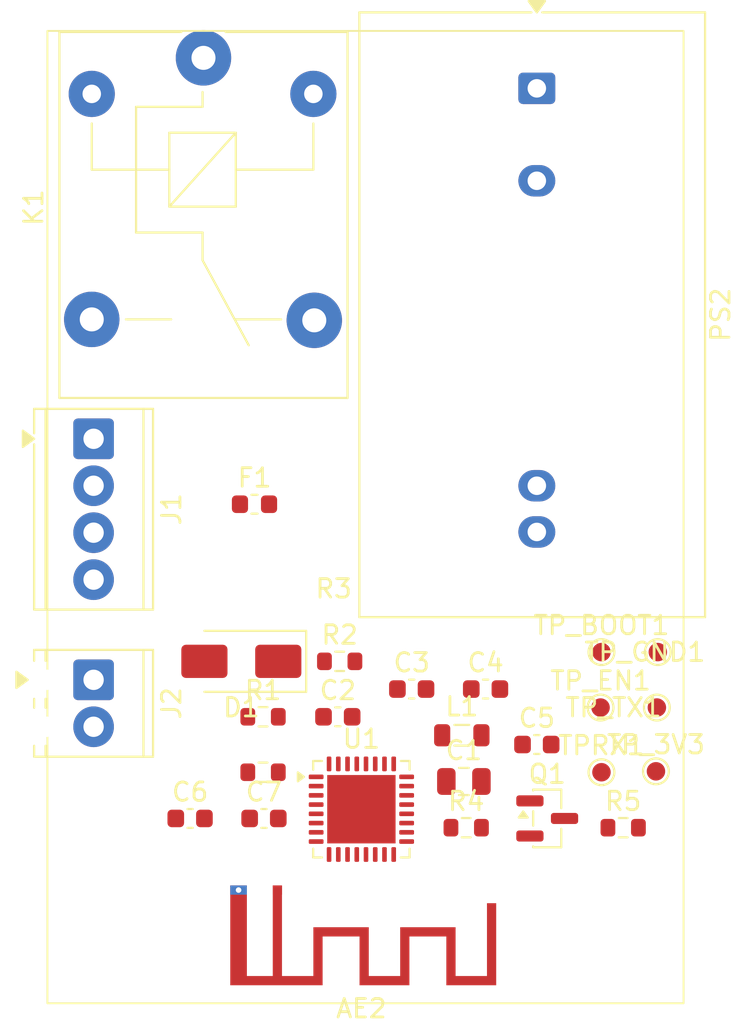
<source format=kicad_pcb>
(kicad_pcb (version 20241229) (generator "pcbnew") (generator_version "9.0")
  (layers (0 "F.Cu" signal) (2 "B.Cu" signal) (13 "F.Paste" user) (15 "B.Paste" user) (5 "F.SilkS" user "F.Silkscreen") (7 "B.SilkS" user "B.Silkscreen") (1 "F.Mask" user) (3 "B.Mask" user) (25 "Edge.Cuts" user))
  (net 0 "")
  (net 1 "GND")
  (net 2 "+3.3V")
  (net 3 "Net-(U1-LNA_IN)")
  (net 4 "Net-(C7-Pad1)")
  (net 5 "Net-(D1-K)")
  (net 6 "Net-(PS2-AC{slash}L)")
  (net 7 "Net-(J1-Pin_3)")
  (net 8 "Net-(J1-Pin_2)")
  (net 9 "Net-(J1-Pin_1)")
  (net 10 "Net-(J2-Pin_1)")
  (net 12 "Net-(Q1-G)")
  (net 13 "Net-(U1-GPIO10)")
  (net 14 "Net-(U1-U0RXD)")
  (net 15 "Net-(U1-U0TXD)")
  (net 31 "Net-(U1-VDD3P3-Pad2)")
  (footprint "Relay_THT:Relay_SPDT_SANYOU_SRD_Series_Form_C" (layer "F.Cu") (at 212.95 51.35 -90)
    (property "Reference" "K1" (at 8.1 9.2 90) (layer "F.SilkS"))
    (property "Value" "SANYOU_SRD_Form_C")
    (fp_line (start 18.4 7.8) (end -1.4 7.8) (stroke (width 0.12)) (layer "F.SilkS"))
    (fp_line (start 3.55 6.05) (end 6.05 6.05) (stroke (width 0.12)) (layer "F.SilkS"))
    (fp_line (start 14.15 4.2) (end 14.15 1.75) (stroke (width 0.12)) (layer "F.SilkS"))
    (fp_line (start 9.45 3.65) (end 2.65 3.65) (stroke (width 0.12)) (layer "F.SilkS"))
    (fp_line (start 4.05 1.85) (end 4.05 -1.75) (stroke (width 0.12)) (layer "F.SilkS"))
    (fp_line (start 6.05 1.85) (end 6.05 6.05) (stroke (width 0.12)) (layer "F.SilkS"))
    (fp_line (start 8.05 1.85) (end 4.05 1.85) (stroke (width 0.12)) (layer "F.SilkS"))
    (fp_line (start 8.05 1.85) (end 4.05 -1.75) (stroke (width 0.12)) (layer "F.SilkS"))
    (fp_line (start -1.4 1.2) (end -1.4 7.8) (stroke (width 0.12)) (layer "F.SilkS"))
    (fp_line (start 2.65 0.05) (end 2.65 3.65) (stroke (width 0.12)) (layer "F.SilkS"))
    (fp_line (start 2.65 0.05) (end 1.85 0.05) (stroke (width 0.12)) (layer "F.SilkS"))
    (fp_line (start 9.45 0.05) (end 9.45 3.65) (stroke (width 0.12)) (layer "F.SilkS"))
    (fp_line (start 9.45 0.05) (end 10.95 0.05) (stroke (width 0.12)) (layer "F.SilkS"))
    (fp_line (start 10.95 0.05) (end 15.55 -2.45) (stroke (width 0.12)) (layer "F.SilkS"))
    (fp_line (start 4.05 -1.75) (end 8.05 -1.75) (stroke (width 0.12)) (layer "F.SilkS"))
    (fp_line (start 8.05 -1.75) (end 8.05 1.85) (stroke (width 0.12)) (layer "F.SilkS"))
    (fp_line (start 14.15 -4.2) (end 14.15 -1.7) (stroke (width 0.12)) (layer "F.SilkS"))
    (fp_line (start 6.05 -5.95) (end 6.05 -1.75) (stroke (width 0.12)) (layer "F.SilkS"))
    (fp_line (start 6.05 -5.95) (end 3.55 -5.95) (stroke (width 0.12)) (layer "F.SilkS"))
    (fp_line (start -1.4 -7.8) (end -1.4 -1.2) (stroke (width 0.12)) (layer "F.SilkS"))
    (fp_line (start -1.4 -7.8) (end 18.4 -7.8) (stroke (width 0.12)) (layer "F.SilkS"))
    (fp_line (start 18.4 -7.8) (end 18.4 7.8) (stroke (width 0.12)) (layer "F.SilkS"))
    (pad "1" thru_hole circle (at 0 0) (size 3 3) (drill 1.3) (layers "*.Cu" "*.Mask") (net 6 "Net-(PS2-AC{slash}L)"))
    (pad "2" thru_hole circle (at 1.95 6.05) (size 2.5 2.5) (drill 1) (layers "*.Cu" "*.Mask") (net 5 "Net-(D1-K)"))
    (pad "3" thru_hole circle (at 14.15 6.05) (size 3 3) (drill 1.3) (layers "*.Cu" "*.Mask"))
    (pad "4" thru_hole circle (at 14.2 -6) (size 3 3) (drill 1.3) (layers "*.Cu" "*.Mask") (net 9 "Net-(J1-Pin_1)"))
    (pad "5" thru_hole circle (at 1.95 -5.95) (size 2.5 2.5) (drill 1) (layers "*.Cu" "*.Mask") (net 2 "+3.3V"))
  )
  (footprint "Diode_SMD:D_SMA" (layer "F.Cu") (at 215 84 180)
    (property "Reference" "D1" (at 0 -2.5 0) (layer "F.SilkS"))
    (property "Value" "SS14")
    (fp_line (start -3.51 1.65) (end 2 1.65) (stroke (width 0.12)) (layer "F.SilkS"))
    (fp_line (start -3.51 -1.65) (end 2 -1.65) (stroke (width 0.12)) (layer "F.SilkS"))
    (fp_line (start -3.51 -1.65) (end -3.51 1.65) (stroke (width 0.12)) (layer "F.SilkS"))
    (pad "1" smd roundrect (at -2 0 180) (size 2.5 1.8) (layers "F.Cu" "F.Mask" "F.Paste") (roundrect_rratio 0.1388888889) (net 5 "Net-(D1-K)"))
    (pad "2" smd roundrect (at 2 0 180) (size 2.5 1.8) (layers "F.Cu" "F.Mask" "F.Paste") (roundrect_rratio 0.1388888889) (net 2 "+3.3V"))
  )
  (footprint "Inductor_SMD:L_0805_2012Metric" (layer "F.Cu") (at 226.9375 88)
    (property "Reference" "L1" (at 0 -1.55 0) (layer "F.SilkS"))
    (property "Value" "L")
    (fp_line (start -0.399622 -0.56) (end 0.399622 -0.56) (stroke (width 0.12)) (layer "F.SilkS"))
    (fp_line (start -0.399622 0.56) (end 0.399622 0.56) (stroke (width 0.12)) (layer "F.SilkS"))
    (pad "1" smd roundrect (at -1.0625 0) (size 0.875 1.2) (layers "F.Cu" "F.Mask" "F.Paste") (net 4 "Net-(C7-Pad1)"))
    (pad "2" smd roundrect (at 1.0625 0) (size 0.875 1.2) (layers "F.Cu" "F.Mask" "F.Paste") (net 3 "Net-(U1-LNA_IN)"))
  )
  (footprint "Resistor_SMD:R_0603_1608Metric" (layer "F.Cu") (at 227.175 93)
    (property "Reference" "R4" (at 0 -1.43 0) (layer "F.SilkS"))
    (property "Value" "10k")
    (fp_line (start -0.237258 -0.5225) (end 0.237258 -0.5225) (stroke (width 0.12)) (layer "F.SilkS"))
    (fp_line (start -0.237258 0.5225) (end 0.237258 0.5225) (stroke (width 0.12)) (layer "F.SilkS"))
    (pad "1" smd roundrect (at -0.825 0) (size 0.8 0.95) (layers "F.Cu" "F.Mask" "F.Paste") (net 2 "+3.3V"))
    (pad "2" smd roundrect (at 0.825 0) (size 0.8 0.95) (layers "F.Cu" "F.Mask" "F.Paste") (net 1 "GND"))
  )
  (footprint "Converter_ACDC:Converter_ACDC_Hi-Link_HLK-2Mxx" (layer "F.Cu") (at 231 53 -90)
    (property "Reference" "PS2" (at 12.25 -9.95 90) (layer "F.SilkS"))
    (property "Value" "HLK-2M03")
    (fp_line (start -4.11 9.61) (end -4.11 0.296) (stroke (width 0.12)) (layer "F.SilkS"))
    (fp_line (start 28.61 9.61) (end -4.11 9.61) (stroke (width 0.12)) (layer "F.SilkS"))
    (fp_line (start -4.11 -0.296) (end -4.11 -9.11) (stroke (width 0.12)) (layer "F.SilkS"))
    (fp_line (start -4.11 -9.11) (end 28.61 -9.11) (stroke (width 0.12)) (layer "F.SilkS"))
    (fp_line (start 28.61 -9.11) (end 28.61 9.61) (stroke (width 0.12)) (layer "F.SilkS"))
    (fp_poly (pts (xy -4.11 0) (xy -4.72 0.44) (xy -4.72 -0.44)) (stroke (width 0.12)) (fill yes) (layer "F.SilkS"))
    (pad "1" thru_hole roundrect (at 0 0 270) (size 1.7 2) (drill 1) (layers "*.Cu" "*.Mask") (roundrect_rratio 0.147059) (net 6 "Net-(PS2-AC{slash}L)"))
    (pad "2" thru_hole oval (at 5 0 270) (size 1.7 2) (drill 1) (layers "*.Cu" "*.Mask") (net 8 "Net-(J1-Pin_2)"))
    (pad "3" thru_hole oval (at 21.5 0 270) (size 1.7 2) (drill 1) (layers "*.Cu" "*.Mask") (net 1 "GND"))
    (pad "4" thru_hole oval (at 24 0 270) (size 1.7 2) (drill 1) (layers "*.Cu" "*.Mask") (net 2 "+3.3V"))
  )
  (footprint "Capacitor_SMD:C_0603_1608Metric" (layer "F.Cu") (at 220.225 87)
    (property "Reference" "C2" (at 0 -1.43 0) (layer "F.SilkS"))
    (property "Value" "0.1uF")
    (fp_line (start -0.14058 -0.51) (end 0.14058 -0.51) (stroke (width 0.12)) (layer "F.SilkS"))
    (fp_line (start -0.14058 0.51) (end 0.14058 0.51) (stroke (width 0.12)) (layer "F.SilkS"))
    (pad "1" smd roundrect (at -0.775 0) (size 0.9 0.95) (layers "F.Cu" "F.Mask" "F.Paste") (net 2 "+3.3V"))
    (pad "2" smd roundrect (at 0.775 0) (size 0.9 0.95) (layers "F.Cu" "F.Mask" "F.Paste") (net 1 "GND"))
  )
  (footprint "Package_TO_SOT_SMD:SOT-23" (layer "F.Cu") (at 231.5625 92.5)
    (property "Reference" "Q1" (at 0 -2.4 0) (layer "F.SilkS"))
    (property "Value" "AO3400A")
    (fp_line (start -0.76 -1.56) (end 0.76 -1.56) (stroke (width 0.12)) (layer "F.SilkS"))
    (fp_line (start -0.76 -1.51) (end -0.76 -1.56) (stroke (width 0.12)) (layer "F.SilkS"))
    (fp_line (start -0.76 0.39) (end -0.76 -0.39) (stroke (width 0.12)) (layer "F.SilkS"))
    (fp_line (start -0.76 1.56) (end -0.76 1.51) (stroke (width 0.12)) (layer "F.SilkS"))
    (fp_line (start 0.76 -1.56) (end 0.76 -0.56) (stroke (width 0.12)) (layer "F.SilkS"))
    (fp_line (start 0.76 0.56) (end 0.76 1.56) (stroke (width 0.12)) (layer "F.SilkS"))
    (fp_line (start 0.76 1.56) (end -0.76 1.56) (stroke (width 0.12)) (layer "F.SilkS"))
    (fp_poly (pts (xy -1.3 -0.38) (xy -1.06 -0.05) (xy -1.54 -0.05)) (stroke (width 0.12)) (fill yes) (layer "F.SilkS"))
    (pad "1" smd roundrect (at -0.9375 -0.95) (size 1.475 0.6) (layers "F.Cu" "F.Mask" "F.Paste") (net 12 "Net-(Q1-G)"))
    (pad "2" smd roundrect (at -0.9375 0.95) (size 1.475 0.6) (layers "F.Cu" "F.Mask" "F.Paste") (net 1 "GND"))
    (pad "3" smd roundrect (at 0.9375 0) (size 1.475 0.6) (layers "F.Cu" "F.Mask" "F.Paste") (net 5 "Net-(D1-K)"))
  )
  (footprint "Package_DFN_QFN:QFN-32-1EP_5x5mm_P0.5mm_EP3.7x3.7mm" (layer "F.Cu") (at 221.5 92)
    (property "Reference" "U1" (at 0 -3.8 0) (layer "F.SilkS"))
    (property "Value" "ESP32-C3")
    (fp_line (start -2.61 -2.61) (end -2.135 -2.61) (stroke (width 0.12)) (layer "F.SilkS"))
    (fp_line (start -2.61 -2.135) (end -2.61 -2.61) (stroke (width 0.12)) (layer "F.SilkS"))
    (fp_line (start -2.61 2.61) (end -2.61 2.135) (stroke (width 0.12)) (layer "F.SilkS"))
    (fp_line (start -2.135 2.61) (end -2.61 2.61) (stroke (width 0.12)) (layer "F.SilkS"))
    (fp_line (start 2.135 -2.61) (end 2.61 -2.61) (stroke (width 0.12)) (layer "F.SilkS"))
    (fp_line (start 2.61 -2.61) (end 2.61 -2.135) (stroke (width 0.12)) (layer "F.SilkS"))
    (fp_line (start 2.61 2.135) (end 2.61 2.61) (stroke (width 0.12)) (layer "F.SilkS"))
    (fp_line (start 2.61 2.61) (end 2.135 2.61) (stroke (width 0.12)) (layer "F.SilkS"))
    (fp_poly (pts (xy -3.11 -1.75) (xy -3.44 -1.51) (xy -3.44 -1.99)) (stroke (width 0.12)) (fill yes) (layer "F.SilkS"))
    (pad "1" smd roundrect (at -2.45 -1.75) (size 0.8 0.25) (layers "F.Cu" "F.Mask" "F.Paste") (net 3 "Net-(U1-LNA_IN)"))
    (pad "2" smd roundrect (at -2.45 -1.25) (size 0.8 0.25) (layers "F.Cu" "F.Mask" "F.Paste") (net 31 "Net-(U1-VDD3P3-Pad2)"))
    (pad "3" smd roundrect (at -2.45 -0.75) (size 0.8 0.25) (layers "F.Cu" "F.Mask" "F.Paste") (net 31 "Net-(U1-VDD3P3-Pad2)"))
    (pad "4" smd roundrect (at -2.45 -0.25) (size 0.8 0.25) (layers "F.Cu" "F.Mask" "F.Paste"))
    (pad "5" smd roundrect (at -2.45 0.25) (size 0.8 0.25) (layers "F.Cu" "F.Mask" "F.Paste"))
    (pad "6" smd roundrect (at -2.45 0.75) (size 0.8 0.25) (layers "F.Cu" "F.Mask" "F.Paste"))
    (pad "7" smd roundrect (at -2.45 1.25) (size 0.8 0.25) (layers "F.Cu" "F.Mask" "F.Paste") (net 1 "GND"))
    (pad "8" smd roundrect (at -2.45 1.75) (size 0.8 0.25) (layers "F.Cu" "F.Mask" "F.Paste"))
    (pad "9" smd roundrect (at -1.75 2.45) (size 0.25 0.8) (layers "F.Cu" "F.Mask" "F.Paste"))
    (pad "10" smd roundrect (at -1.25 2.45) (size 0.25 0.8) (layers "F.Cu" "F.Mask" "F.Paste") (net 10 "Net-(J2-Pin_1)"))
    (pad "11" smd roundrect (at -0.75 2.45) (size 0.25 0.8) (layers "F.Cu" "F.Mask" "F.Paste") (net 2 "+3.3V"))
    (pad "12" smd roundrect (at -0.25 2.45) (size 0.25 0.8) (layers "F.Cu" "F.Mask" "F.Paste"))
    (pad "13" smd roundrect (at 0.25 2.45) (size 0.25 0.8) (layers "F.Cu" "F.Mask" "F.Paste"))
    (pad "14" smd roundrect (at 0.75 2.45) (size 0.25 0.8) (layers "F.Cu" "F.Mask" "F.Paste"))
    (pad "15" smd roundrect (at 1.25 2.45) (size 0.25 0.8) (layers "F.Cu" "F.Mask" "F.Paste") (net 1 "GND"))
    (pad "16" smd roundrect (at 1.75 2.45) (size 0.25 0.8) (layers "F.Cu" "F.Mask" "F.Paste") (net 13 "Net-(U1-GPIO10)"))
    (pad "17" smd roundrect (at 2.45 1.75) (size 0.8 0.25) (layers "F.Cu" "F.Mask" "F.Paste") (net 2 "+3.3V"))
    (pad "18" smd roundrect (at 2.45 1.25) (size 0.8 0.25) (layers "F.Cu" "F.Mask" "F.Paste") (net 2 "+3.3V"))
    (pad "19" smd roundrect (at 2.45 0.75) (size 0.8 0.25) (layers "F.Cu" "F.Mask" "F.Paste"))
    (pad "20" smd roundrect (at 2.45 0.25) (size 0.8 0.25) (layers "F.Cu" "F.Mask" "F.Paste"))
    (pad "21" smd roundrect (at 2.45 -0.25) (size 0.8 0.25) (layers "F.Cu" "F.Mask" "F.Paste"))
    (pad "22" smd roundrect (at 2.45 -0.75) (size 0.8 0.25) (layers "F.Cu" "F.Mask" "F.Paste"))
    (pad "23" smd roundrect (at 2.45 -1.25) (size 0.8 0.25) (layers "F.Cu" "F.Mask" "F.Paste"))
    (pad "24" smd roundrect (at 2.45 -1.75) (size 0.8 0.25) (layers "F.Cu" "F.Mask" "F.Paste"))
    (pad "25" smd roundrect (at 1.75 -2.45) (size 0.25 0.8) (layers "F.Cu" "F.Mask" "F.Paste"))
    (pad "26" smd roundrect (at 1.25 -2.45) (size 0.25 0.8) (layers "F.Cu" "F.Mask" "F.Paste"))
    (pad "27" smd roundrect (at 0.75 -2.45) (size 0.25 0.8) (layers "F.Cu" "F.Mask" "F.Paste") (net 14 "Net-(U1-U0RXD)"))
    (pad "28" smd roundrect (at 0.25 -2.45) (size 0.25 0.8) (layers "F.Cu" "F.Mask" "F.Paste") (net 15 "Net-(U1-U0TXD)"))
    (pad "29" smd roundrect (at -0.25 -2.45) (size 0.25 0.8) (layers "F.Cu" "F.Mask" "F.Paste"))
    (pad "30" smd roundrect (at -0.75 -2.45) (size 0.25 0.8) (layers "F.Cu" "F.Mask" "F.Paste"))
    (pad "31" smd roundrect (at -1.25 -2.45) (size 0.25 0.8) (layers "F.Cu" "F.Mask" "F.Paste") (net 2 "+3.3V"))
    (pad "32" smd roundrect (at -1.75 -2.45) (size 0.25 0.8) (layers "F.Cu" "F.Mask" "F.Paste") (net 2 "+3.3V"))
    (pad "33" smd rect (at 0 0) (size 3.7 3.7) (property pad_prop_heatsink) (layers "F.Cu" "F.Mask") (net 1 "GND"))
  )
  (footprint "Resistor_SMD:R_0603_1608Metric" (layer "F.Cu") (at 235.675 93)
    (property "Reference" "R5" (at 0 -1.43 0) (layer "F.SilkS"))
    (property "Value" "10k")
    (fp_line (start -0.237258 -0.5225) (end 0.237258 -0.5225) (stroke (width 0.12)) (layer "F.SilkS"))
    (fp_line (start -0.237258 0.5225) (end 0.237258 0.5225) (stroke (width 0.12)) (layer "F.SilkS"))
    (pad "1" smd roundrect (at -0.825 0) (size 0.8 0.95) (layers "F.Cu" "F.Mask" "F.Paste") (net 1 "GND"))
    (pad "2" smd roundrect (at 0.825 0) (size 0.8 0.95) (layers "F.Cu" "F.Mask" "F.Paste") (net 2 "+3.3V"))
  )
  (footprint "Fuse:Fuse_0603_1608Metric" (layer "F.Cu") (at 215.7125 75.5)
    (property "Reference" "F1" (at 0 -1.43 0) (layer "F.SilkS"))
    (property "Value" "Fuse")
    (fp_line (start -0.162779 -0.51) (end 0.162779 -0.51) (stroke (width 0.12)) (layer "F.SilkS"))
    (fp_line (start -0.162779 0.51) (end 0.162779 0.51) (stroke (width 0.12)) (layer "F.SilkS"))
    (pad "1" smd roundrect (at -0.7875 0) (size 0.875 0.95) (layers "F.Cu" "F.Mask" "F.Paste") (net 6 "Net-(PS2-AC{slash}L)"))
    (pad "2" smd roundrect (at 0.7875 0) (size 0.875 0.95) (layers "F.Cu" "F.Mask" "F.Paste") (net 7 "Net-(J1-Pin_3)"))
  )
  (footprint "Resistor_SMD:R_0603_1608Metric" (layer "F.Cu") (at 220.325 84)
    (property "Reference" "R2" (at 0 -1.43 0) (layer "F.SilkS"))
    (property "Value" "100")
    (fp_line (start -0.237258 -0.5225) (end 0.237258 -0.5225) (stroke (width 0.12)) (layer "F.SilkS"))
    (fp_line (start -0.237258 0.5225) (end 0.237258 0.5225) (stroke (width 0.12)) (layer "F.SilkS"))
    (pad "1" smd roundrect (at -0.825 0) (size 0.8 0.95) (layers "F.Cu" "F.Mask" "F.Paste") (net 12 "Net-(Q1-G)"))
    (pad "2" smd roundrect (at 0.825 0) (size 0.8 0.95) (layers "F.Cu" "F.Mask" "F.Paste") (net 13 "Net-(U1-GPIO10)"))
  )
  (footprint "Capacitor_SMD:C_0603_1608Metric" (layer "F.Cu") (at 224.225 85.5)
    (property "Reference" "C3" (at 0 -1.43 0) (layer "F.SilkS"))
    (property "Value" "0.1uF")
    (fp_line (start -0.14058 -0.51) (end 0.14058 -0.51) (stroke (width 0.12)) (layer "F.SilkS"))
    (fp_line (start -0.14058 0.51) (end 0.14058 0.51) (stroke (width 0.12)) (layer "F.SilkS"))
    (pad "1" smd roundrect (at -0.775 0) (size 0.9 0.95) (layers "F.Cu" "F.Mask" "F.Paste") (net 2 "+3.3V"))
    (pad "2" smd roundrect (at 0.775 0) (size 0.9 0.95) (layers "F.Cu" "F.Mask" "F.Paste") (net 1 "GND"))
  )
  (footprint "Capacitor_SMD:C_0603_1608Metric" (layer "F.Cu") (at 216.225 92.5)
    (property "Reference" "C7" (at 0 -1.43 0) (layer "F.SilkS"))
    (property "Value" "C")
    (fp_line (start -0.14058 -0.51) (end 0.14058 -0.51) (stroke (width 0.12)) (layer "F.SilkS"))
    (fp_line (start -0.14058 0.51) (end 0.14058 0.51) (stroke (width 0.12)) (layer "F.SilkS"))
    (pad "1" smd roundrect (at -0.775 0) (size 0.9 0.95) (layers "F.Cu" "F.Mask" "F.Paste") (net 4 "Net-(C7-Pad1)"))
    (pad "2" smd roundrect (at 0.775 0) (size 0.9 0.95) (layers "F.Cu" "F.Mask" "F.Paste") (net 1 "GND"))
  )
  (footprint "TestPoint:TestPoint_Pad_D1.0mm" (layer "F.Cu") (at 237.45 89.95)
    (property "Reference" "TP_3V3" (at 0 -1.448 0) (layer "F.SilkS"))
    (property "Value" "1")
    (fp_circle (center 0 0) (end 0 0.7) (stroke (width 0.12)) (fill no) (layer "F.SilkS"))
    (pad "1" smd circle (at 0 0) (size 1 1) (layers "F.Cu" "F.Mask") (net 2 "+3.3V"))
  )
  (footprint "TerminalBlock_Phoenix:TerminalBlock_Phoenix_MPT-0,5-2-2.54_1x02_P2.54mm_Horizontal" (layer "F.Cu") (at 207 85 -90)
    (property "Reference" "J2" (at 1.27 -4.22 90) (layer "F.SilkS"))
    (property "Value" "Screw_Terminal_01x02")
    (fp_line (start -1.62 3.22) (end -1.62 -3.22) (stroke (width 0.12)) (layer "F.SilkS"))
    (fp_line (start -1.03 3.22) (end -1.62 3.22) (stroke (width 0.12)) (layer "F.SilkS"))
    (fp_line (start 1.51 3.22) (end 1.03 3.22) (stroke (width 0.12)) (layer "F.SilkS"))
    (fp_line (start 4.16 3.22) (end 3.57 3.22) (stroke (width 0.12)) (layer "F.SilkS"))
    (fp_line (start -1.62 2.6) (end -1.03 2.6) (stroke (width 0.12)) (layer "F.SilkS"))
    (fp_line (start 1.03 2.6) (end 1.51 2.6) (stroke (width 0.12)) (layer "F.SilkS"))
    (fp_line (start 3.57 2.6) (end 4.16 2.6) (stroke (width 0.12)) (layer "F.SilkS"))
    (fp_line (start -1.62 -2.7) (end 4.16 -2.7) (stroke (width 0.12)) (layer "F.SilkS"))
    (fp_line (start -1.62 -3.22) (end 4.16 -3.22) (stroke (width 0.12)) (layer "F.SilkS"))
    (fp_line (start 4.16 -3.22) (end 4.16 3.22) (stroke (width 0.12)) (layer "F.SilkS"))
    (fp_poly (pts (xy 0 3.57) (xy 0.44 4.18) (xy -0.44 4.18)) (stroke (width 0.12)) (fill yes) (layer "F.SilkS"))
    (pad "" np_thru_hole circle (at 0 2.54 270) (size 1.1 1.1) (drill 1.1) (layers "*.Cu" "*.Mask"))
    (pad "" np_thru_hole circle (at 2.54 2.54 270) (size 1.1 1.1) (drill 1.1) (layers "*.Cu" "*.Mask"))
    (pad "1" thru_hole roundrect (at 0 0 270) (size 2.2 2.2) (drill 1.1) (layers "*.Cu" "*.Mask") (roundrect_rratio 0.113636) (net 10 "Net-(J2-Pin_1)"))
    (pad "2" thru_hole circle (at 2.54 0 270) (size 2.2 2.2) (drill 1.1) (layers "*.Cu" "*.Mask") (net 1 "GND"))
  )
  (footprint "Resistor_SMD:R_0603_1608Metric" (layer "F.Cu") (at 216.175 87)
    (property "Reference" "R1" (at 0 -1.43 0) (layer "F.SilkS"))
    (property "Value" "100k")
    (fp_line (start -0.237258 -0.5225) (end 0.237258 -0.5225) (stroke (width 0.12)) (layer "F.SilkS"))
    (fp_line (start -0.237258 0.5225) (end 0.237258 0.5225) (stroke (width 0.12)) (layer "F.SilkS"))
    (pad "1" smd roundrect (at -0.825 0) (size 0.8 0.95) (layers "F.Cu" "F.Mask" "F.Paste") (net 12 "Net-(Q1-G)"))
    (pad "2" smd roundrect (at 0.825 0) (size 0.8 0.95) (layers "F.Cu" "F.Mask" "F.Paste") (net 1 "GND"))
  )
  (footprint "TestPoint:TestPoint_Pad_D1.0mm" (layer "F.Cu") (at 237.55 83.5)
    (property "Reference" "TP_GND1" (at -0.7 0 0) (layer "F.SilkS"))
    (property "Value" "1")
    (fp_circle (center 0 0) (end 0 0.7) (stroke (width 0.12)) (fill no) (layer "F.SilkS"))
    (pad "1" smd circle (at 0 0) (size 1 1) (layers "F.Cu" "F.Mask") (net 1 "GND"))
  )
  (footprint "RF_Antenna:Texas_SWRA117D_2.4GHz_Left" (layer "F.Cu") (at 216.95 96.375 180)
    (property "Reference" "AE2" (at -4.55 -6.41 0) (layer "F.SilkS"))
    (property "Value" "Antenna")
    (fp_poly (pts (xy -2.45 -2.51) (xy -4.45 -2.51) (xy -4.45 -5.15) (xy -7.15 -5.15) (xy -7.15 -2.51) (xy -9.15 -2.51) (xy -9.15 -5.15) (xy -11.85 -5.15) (xy -11.85 -0.71) (xy -11.35 -0.71) (xy -11.35 -4.65) (xy -9.65 -4.65) (xy -9.65 -2.01) (xy -6.65 -2.01) (xy -6.65 -4.65) (xy -4.95 -4.65) (xy -4.95 -2.01) (xy -1.95 -2.01) (xy -1.95 -4.65) (xy -0.25 -4.65) (xy -0.25 0.25) (xy 0.25 0.25) (xy 0.25 -4.65) (xy 1.65 -4.65) (xy 1.65 0.25) (xy 2.55 0.25) (xy 2.55 0.006785) (xy 2.247583 0.006785) (xy 2.237742 0.054395) (xy 2.213674 0.096797) (xy 2.175731 0.129581) (xy 2.167819 0.133935) (xy 2.125156 0.146043) (xy 2.076637 0.1453) (xy 2.031122 0.1324) (xy 2.012511 0.121787) (xy 1.978868 0.086553) (xy 1.958309 0.041368) (xy 1.951778 -0.008158) (xy 1.960218 -0.056417) (xy 1.977112 -0.088643) (xy 2.012372 -0.121313) (xy 2.057682 -0.141408) (xy 2.107267 -0.147982) (xy 2.155353 -0.140092) (xy 2.188245 -0.123186) (xy 2.223185 -0.086416) (xy 2.242847 -0.041622) (xy 2.247583 0.006785) (xy 2.55 0.006785) (xy 2.55 -5.15) (xy -2.45 -5.15) (xy -2.45 -2.51)) (fill yes) (layer "F.Cu"))
    (pad "1" connect rect (at 0 0 180) (size 0.5 0.5) (layers "F.Cu") (net 1 "GND"))
    (pad "2" thru_hole rect (at 2.1 0 180) (size 0.9 0.5) (drill 0.3) (layers "*.Cu"))
  )
  (footprint "TerminalBlock_Phoenix:TerminalBlock_Phoenix_MPT-0,5-4-2.54_1x04_P2.54mm_Horizontal" (layer "F.Cu") (at 207 71.96 -90)
    (property "Reference" "J1" (at 3.81 -4.22 90) (layer "F.SilkS"))
    (property "Value" "Screw_Terminal_01x04")
    (fp_line (start -1.62 3.22) (end -1.62 -3.22) (stroke (width 0.12)) (layer "F.SilkS"))
    (fp_line (start -0.3 3.22) (end -1.62 3.22) (stroke (width 0.12)) (layer "F.SilkS"))
    (fp_line (start 9.24 3.22) (end 0.3 3.22) (stroke (width 0.12)) (layer "F.SilkS"))
    (fp_line (start -1.62 2.6) (end 9.24 2.6) (stroke (width 0.12)) (layer "F.SilkS"))
    (fp_line (start -1.62 -2.7) (end 9.24 -2.7) (stroke (width 0.12)) (layer "F.SilkS"))
    (fp_line (start -1.62 -3.22) (end 9.24 -3.22) (stroke (width 0.12)) (layer "F.SilkS"))
    (fp_line (start 9.24 -3.22) (end 9.24 3.22) (stroke (width 0.12)) (layer "F.SilkS"))
    (fp_poly (pts (xy 0 3.22) (xy 0.44 3.83) (xy -0.44 3.83)) (stroke (width 0.12)) (fill yes) (layer "F.SilkS"))
    (pad "1" thru_hole roundrect (at 0 0 270) (size 2.2 2.2) (drill 1.1) (layers "*.Cu" "*.Mask") (roundrect_rratio 0.113636) (net 9 "Net-(J1-Pin_1)"))
    (pad "2" thru_hole circle (at 2.54 0 270) (size 2.2 2.2) (drill 1.1) (layers "*.Cu" "*.Mask") (net 8 "Net-(J1-Pin_2)"))
    (pad "3" thru_hole circle (at 5.08 0 270) (size 2.2 2.2) (drill 1.1) (layers "*.Cu" "*.Mask") (net 7 "Net-(J1-Pin_3)"))
    (pad "4" thru_hole circle (at 7.62 0 270) (size 2.2 2.2) (drill 1.1) (layers "*.Cu" "*.Mask") (net 8 "Net-(J1-Pin_2)"))
  )
  (footprint "TestPoint:TestPoint_Pad_D1.0mm" (layer "F.Cu") (at 234.5 90)
    (property "Reference" "TPRX1" (at 0 -1.448 0) (layer "F.SilkS"))
    (property "Value" "1")
    (fp_circle (center 0 0) (end 0 0.7) (stroke (width 0.12)) (fill no) (layer "F.SilkS"))
    (pad "1" smd circle (at 0 0) (size 1 1) (layers "F.Cu" "F.Mask") (net 14 "Net-(U1-U0RXD)"))
  )
  (footprint "Capacitor_SMD:C_0805_2012Metric" (layer "F.Cu") (at 227.05 90.5)
    (property "Reference" "C1" (at 0 -1.68 0) (layer "F.SilkS"))
    (property "Value" "10uF")
    (fp_line (start -0.261252 -0.735) (end 0.261252 -0.735) (stroke (width 0.12)) (layer "F.SilkS"))
    (fp_line (start -0.261252 0.735) (end 0.261252 0.735) (stroke (width 0.12)) (layer "F.SilkS"))
    (pad "1" smd roundrect (at -0.95 0) (size 1 1.45) (layers "F.Cu" "F.Mask" "F.Paste") (net 2 "+3.3V"))
    (pad "2" smd roundrect (at 0.95 0) (size 1 1.45) (layers "F.Cu" "F.Mask" "F.Paste") (net 1 "GND"))
  )
  (footprint "Resistor_SMD:R_0603_1608Metric" (layer "F.Cu") (at 216.175 90)
    (property "Reference" "R3" (at 3.825 -9.93 0) (layer "F.SilkS"))
    (property "Value" "10k")
    (fp_line (start -0.237258 -0.5225) (end 0.237258 -0.5225) (stroke (width 0.12)) (layer "F.SilkS"))
    (fp_line (start -0.237258 0.5225) (end 0.237258 0.5225) (stroke (width 0.12)) (layer "F.SilkS"))
    (pad "1" smd roundrect (at -0.825 0) (size 0.8 0.95) (layers "F.Cu" "F.Mask" "F.Paste") (net 10 "Net-(J2-Pin_1)"))
    (pad "2" smd roundrect (at 0.825 0) (size 0.8 0.95) (layers "F.Cu" "F.Mask" "F.Paste") (net 2 "+3.3V"))
  )
  (footprint "Capacitor_SMD:C_0603_1608Metric" (layer "F.Cu") (at 228.225 85.5)
    (property "Reference" "C4" (at 0 -1.43 0) (layer "F.SilkS"))
    (property "Value" "0.1uF")
    (fp_line (start -0.14058 -0.51) (end 0.14058 -0.51) (stroke (width 0.12)) (layer "F.SilkS"))
    (fp_line (start -0.14058 0.51) (end 0.14058 0.51) (stroke (width 0.12)) (layer "F.SilkS"))
    (pad "1" smd roundrect (at -0.775 0) (size 0.9 0.95) (layers "F.Cu" "F.Mask" "F.Paste") (net 2 "+3.3V"))
    (pad "2" smd roundrect (at 0.775 0) (size 0.9 0.95) (layers "F.Cu" "F.Mask" "F.Paste") (net 1 "GND"))
  )
  (footprint "TestPoint:TestPoint_Pad_D1.0mm" (layer "F.Cu") (at 234.45 86.5)
    (property "Reference" "TP_EN1" (at 0 -1.448 0) (layer "F.SilkS"))
    (property "Value" "1")
    (fp_circle (center 0 0) (end 0 0.7) (stroke (width 0.12)) (fill no) (layer "F.SilkS"))
    (pad "1" smd circle (at 0 0) (size 1 1) (layers "F.Cu" "F.Mask") (net 1 "GND"))
  )
  (footprint "Capacitor_SMD:C_0603_1608Metric" (layer "F.Cu") (at 231 88.5)
    (property "Reference" "C5" (at 0 -1.43 0) (layer "F.SilkS"))
    (property "Value" "0.1uF")
    (fp_line (start -0.14058 -0.51) (end 0.14058 -0.51) (stroke (width 0.12)) (layer "F.SilkS"))
    (fp_line (start -0.14058 0.51) (end 0.14058 0.51) (stroke (width 0.12)) (layer "F.SilkS"))
    (pad "1" smd roundrect (at -0.775 0) (size 0.9 0.95) (layers "F.Cu" "F.Mask" "F.Paste") (net 2 "+3.3V"))
    (pad "2" smd roundrect (at 0.775 0) (size 0.9 0.95) (layers "F.Cu" "F.Mask" "F.Paste") (net 1 "GND"))
  )
  (footprint "Capacitor_SMD:C_0603_1608Metric" (layer "F.Cu") (at 212.225 92.5)
    (property "Reference" "C6" (at 0 -1.43 0) (layer "F.SilkS"))
    (property "Value" "C")
    (fp_line (start -0.14058 -0.51) (end 0.14058 -0.51) (stroke (width 0.12)) (layer "F.SilkS"))
    (fp_line (start -0.14058 0.51) (end 0.14058 0.51) (stroke (width 0.12)) (layer "F.SilkS"))
    (pad "1" smd roundrect (at -0.775 0) (size 0.9 0.95) (layers "F.Cu" "F.Mask" "F.Paste") (net 3 "Net-(U1-LNA_IN)"))
    (pad "2" smd roundrect (at 0.775 0) (size 0.9 0.95) (layers "F.Cu" "F.Mask" "F.Paste") (net 1 "GND"))
  )
  (footprint "TestPoint:TestPoint_Pad_D1.0mm" (layer "F.Cu") (at 237.5 86.5)
    (property "Reference" "TP_TX1" (at -2.35 0.002 0) (layer "F.SilkS"))
    (property "Value" "1")
    (fp_circle (center 0 0) (end 0 0.7) (stroke (width 0.12)) (fill no) (layer "F.SilkS"))
    (pad "1" smd circle (at 0 0) (size 1 1) (layers "F.Cu" "F.Mask") (net 15 "Net-(U1-U0TXD)"))
  )
  (footprint "TestPoint:TestPoint_Pad_D1.0mm" (layer "F.Cu") (at 234.5 83.5)
    (property "Reference" "TP_BOOT1" (at 0 -1.448 0) (layer "F.SilkS"))
    (property "Value" "1")
    (fp_circle (center 0 0) (end 0 0.7) (stroke (width 0.12)) (fill no) (layer "F.SilkS"))
    (pad "1" smd circle (at 0 0) (size 1 1) (layers "F.Cu" "F.Mask") (net 1 "GND"))
  )
  (gr_rect (start 204.5 49.8925) (end 238.945 102.5) (stroke (width 0.1)) (fill no) (layer "F.SilkS"))
)
</source>
